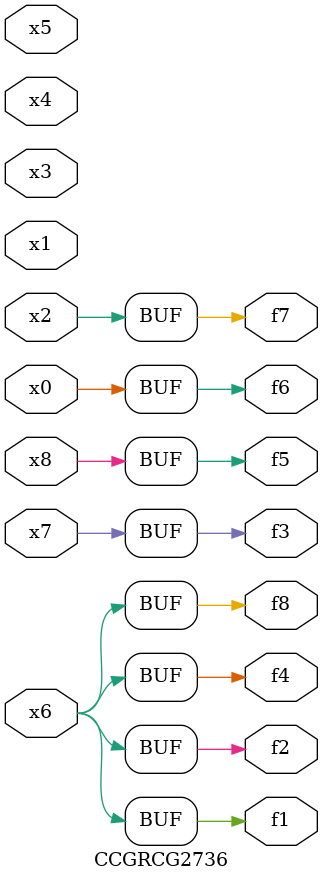
<source format=v>
module CCGRCG2736(
	input x0, x1, x2, x3, x4, x5, x6, x7, x8,
	output f1, f2, f3, f4, f5, f6, f7, f8
);
	assign f1 = x6;
	assign f2 = x6;
	assign f3 = x7;
	assign f4 = x6;
	assign f5 = x8;
	assign f6 = x0;
	assign f7 = x2;
	assign f8 = x6;
endmodule

</source>
